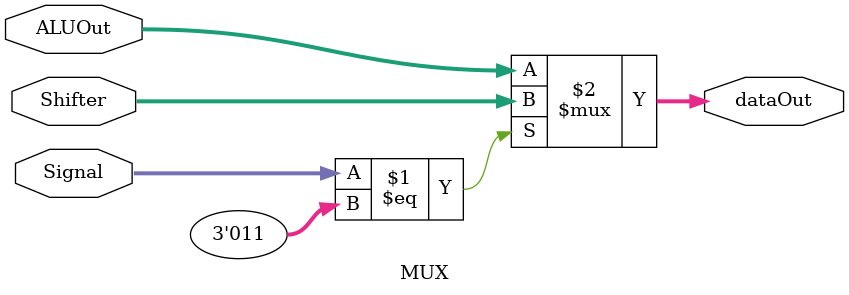
<source format=v>
`timescale 1ns/1ns
module MUX( ALUOut, Shifter, Signal, dataOut );
input [31:0] ALUOut ;
input [31:0] Shifter ;
input [2:0] Signal ;
output [31:0] dataOut ;


parameter AND = 3'b000;
parameter OR  = 3'b001;
parameter ADD = 3'b010;
parameter SUB = 3'b110;
parameter SLT = 3'b111;
parameter SRL = 3'b011;

assign dataOut = Signal == SRL ? Shifter : ALUOut;

endmodule
</source>
